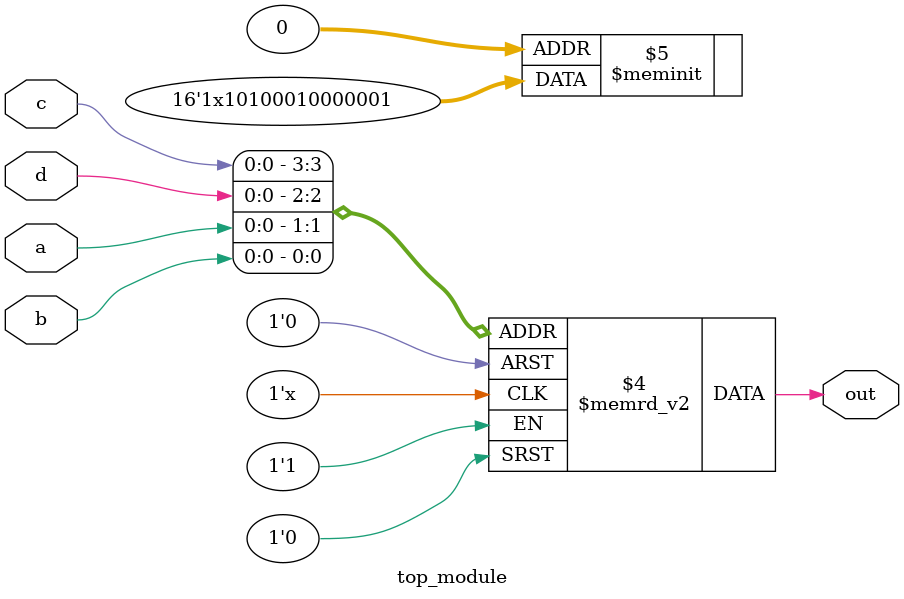
<source format=sv>
module top_module (
    input a, 
    input b,
    input c,
    input d,
    output reg out
);

always @(*) begin
    case ({c, d, a, b})
        4'b0000, 4'b0111, 4'b1011, 4'b1101, 4'b1111: out = 1'b1;
        4'b0001, 4'b0010, 4'b0011, 4'b0100, 4'b0101, 4'b0110, 4'b1000, 4'b1001, 4'b1010, 4'b1100: out = 1'b0;
    endcase
end

endmodule

</source>
